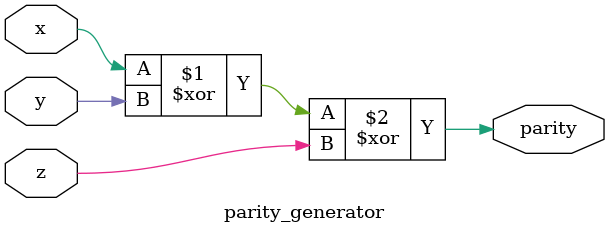
<source format=v>
module parity_generator(
  input x,
  input y,
  input z,
  output parity
);
//both works
//assign parity = (~x & ~y & z) | (~x & y & ~z) | (x & ~y & ~z) | (x & y & z);
assign parity = x ^ y ^ z;
endmodule



</source>
